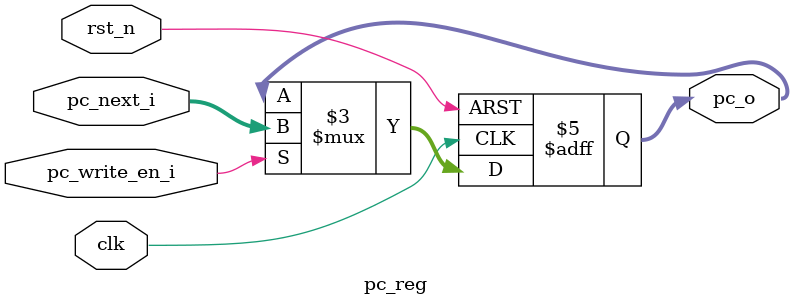
<source format=v>

module pc_reg (
    input wire        clk,          // Clock signal
    input wire        rst_n,        // Asynchronous reset (active low)
    input wire [31:0] pc_next_i,    // Next PC value input
    input wire        pc_write_en_i,// Enable to update PC (for normal increment or branch/jump)
    output reg [31:0] pc_o          // Current PC value output
);

// PC register update logic
always @(posedge clk or negedge rst_n) begin
    if (~rst_n) begin // Asynchronous active-low reset
        pc_o <= 32'h00000000; // Reset PC to 0
    end else if (pc_write_en_i) begin // Update PC only when enabled
        pc_o <= pc_next_i;
    end
end

endmodule

</source>
